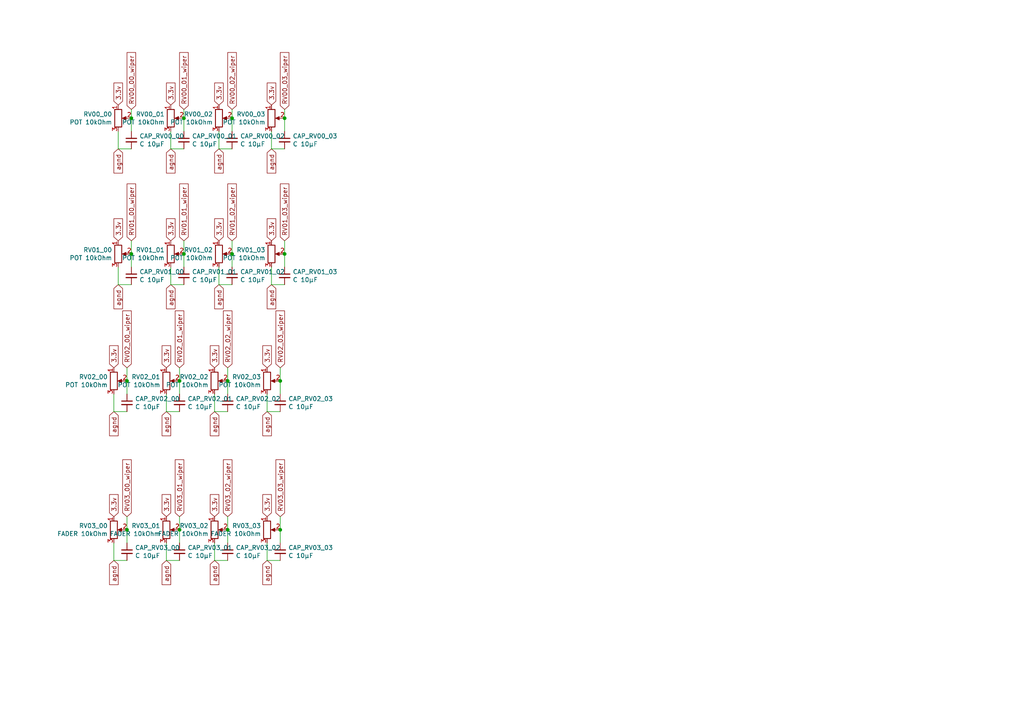
<source format=kicad_sch>
(kicad_sch (version 20230121) (generator eeschema)
  (paper "A4")
  (lib_symbols
    (symbol "Device:C_Small" (pin_numbers hide) (pin_names (offset 0.254) hide)
      (property "Reference" "C" (at 0.254 1.778 0))
      (property "Value" "C_Small" (at 0.254 -2.032 0))
      (symbol "C_Small_0_1"
        (polyline (pts (xy -1.524 -0.508) (xy 1.524 -0.508)) (stroke (width 0.3302)))
        (polyline (pts (xy -1.524 0.508) (xy 1.524 0.508)) (stroke (width 0.3048)))
      )
      (symbol "C_Small_1_1"
        (pin passive line (at 0 2.54 270) (length 2.032) (name "~") (number "1"))
        (pin passive line (at 0 -2.54 90) (length 2.032) (name "~") (number "2"))
      )
    )
    (symbol "Device:R_Potentiometer" (pin_names (offset 1.016) hide)
      (property "Reference" "RV" (at -4.445 0 90))
      (property "Value" "R_Potentiometer" (at -2.54 0 90))
      (symbol "R_Potentiometer_0_1"
        (polyline (pts (xy 2.54 0) (xy 1.524 0)))
        (polyline (pts (xy 1.143 0) (xy 2.286 0.508) (xy 2.286 -0.508) (xy 1.143 0)) (fill (type outline)))
        (rectangle (start 1.016 2.54) (end -1.016 -2.54) (stroke (width 0.254)))
      )
      (symbol "R_Potentiometer_1_1"
        (pin passive line (at 0 3.81 270) (length 1.27) (name "1") (number "1"))
        (pin passive line (at 3.81 0 180) (length 1.27) (name "2") (number "2"))
        (pin passive line (at 0 -3.81 90) (length 1.27) (name "3") (number "3"))
      )
    )
  )
  (junction (at 52.07 153.67))
  (junction (at 53.34 73.66))
  (junction (at 52.07 110.49))
  (junction (at 81.28 153.67))
  (junction (at 67.31 73.66))
  (junction (at 81.28 110.49))
  (junction (at 38.1 73.66))
  (junction (at 67.31 34.29))
  (junction (at 82.55 73.66))
  (junction (at 36.83 110.49))
  (junction (at 82.55 34.29))
  (junction (at 66.04 110.49))
  (junction (at 36.83 153.67))
  (junction (at 53.34 34.29))
  (junction (at 66.04 153.67))
  (junction (at 38.1 34.29))
  (wire (pts (xy 38.1 38.1) (xy 38.1 34.29)))
  (wire (pts (xy 49.53 43.18) (xy 53.34 43.18)))
  (wire (pts (xy 81.28 114.3) (xy 81.28 110.49)))
  (wire (pts (xy 63.5 38.1) (xy 63.5 43.18)))
  (wire (pts (xy 36.83 153.67) (xy 36.83 149.86)))
  (wire (pts (xy 62.23 162.56) (xy 66.04 162.56)))
  (wire (pts (xy 52.07 157.48) (xy 52.07 153.67)))
  (wire (pts (xy 48.26 114.3) (xy 48.26 119.38)))
  (wire (pts (xy 52.07 153.67) (xy 52.07 149.86)))
  (wire (pts (xy 63.5 82.55) (xy 67.31 82.55)))
  (wire (pts (xy 49.53 82.55) (xy 53.34 82.55)))
  (wire (pts (xy 77.47 114.3) (xy 77.47 119.38)))
  (wire (pts (xy 48.26 162.56) (xy 52.07 162.56)))
  (wire (pts (xy 63.5 43.18) (xy 67.31 43.18)))
  (wire (pts (xy 81.28 110.49) (xy 81.28 106.68)))
  (wire (pts (xy 67.31 31.75) (xy 67.31 34.29)))
  (wire (pts (xy 48.26 157.48) (xy 48.26 162.56)))
  (wire (pts (xy 49.53 77.47) (xy 49.53 82.55)))
  (wire (pts (xy 38.1 69.85) (xy 38.1 73.66)))
  (wire (pts (xy 67.31 34.29) (xy 67.31 38.1)))
  (wire (pts (xy 77.47 119.38) (xy 81.28 119.38)))
  (wire (pts (xy 38.1 73.66) (xy 38.1 77.47)))
  (wire (pts (xy 82.55 73.66) (xy 82.55 69.85)))
  (wire (pts (xy 34.29 43.18) (xy 38.1 43.18)))
  (wire (pts (xy 78.74 82.55) (xy 82.55 82.55)))
  (wire (pts (xy 33.02 119.38) (xy 36.83 119.38)))
  (wire (pts (xy 81.28 153.67) (xy 81.28 149.86)))
  (wire (pts (xy 36.83 106.68) (xy 36.83 110.49)))
  (wire (pts (xy 78.74 43.18) (xy 82.55 43.18)))
  (wire (pts (xy 52.07 110.49) (xy 52.07 114.3)))
  (wire (pts (xy 62.23 157.48) (xy 62.23 162.56)))
  (wire (pts (xy 62.23 114.3) (xy 62.23 119.38)))
  (wire (pts (xy 78.74 38.1) (xy 78.74 43.18)))
  (wire (pts (xy 49.53 38.1) (xy 49.53 43.18)))
  (wire (pts (xy 81.28 157.48) (xy 81.28 153.67)))
  (wire (pts (xy 62.23 119.38) (xy 66.04 119.38)))
  (wire (pts (xy 34.29 82.55) (xy 38.1 82.55)))
  (wire (pts (xy 66.04 106.68) (xy 66.04 110.49)))
  (wire (pts (xy 66.04 153.67) (xy 66.04 149.86)))
  (wire (pts (xy 52.07 106.68) (xy 52.07 110.49)))
  (wire (pts (xy 82.55 34.29) (xy 82.55 38.1)))
  (wire (pts (xy 82.55 31.75) (xy 82.55 34.29)))
  (wire (pts (xy 66.04 110.49) (xy 66.04 114.3)))
  (wire (pts (xy 36.83 110.49) (xy 36.83 114.3)))
  (wire (pts (xy 63.5 77.47) (xy 63.5 82.55)))
  (wire (pts (xy 67.31 69.85) (xy 67.31 73.66)))
  (wire (pts (xy 67.31 73.66) (xy 67.31 77.47)))
  (wire (pts (xy 66.04 157.48) (xy 66.04 153.67)))
  (wire (pts (xy 82.55 77.47) (xy 82.55 73.66)))
  (wire (pts (xy 33.02 157.48) (xy 33.02 162.56)))
  (wire (pts (xy 48.26 119.38) (xy 52.07 119.38)))
  (wire (pts (xy 53.34 69.85) (xy 53.34 73.66)))
  (wire (pts (xy 38.1 31.75) (xy 38.1 34.29)))
  (wire (pts (xy 53.34 31.75) (xy 53.34 34.29)))
  (wire (pts (xy 77.47 157.48) (xy 77.47 162.56)))
  (wire (pts (xy 78.74 77.47) (xy 78.74 82.55)))
  (wire (pts (xy 33.02 162.56) (xy 36.83 162.56)))
  (wire (pts (xy 34.29 38.1) (xy 34.29 43.18)))
  (wire (pts (xy 33.02 114.3) (xy 33.02 119.38)))
  (wire (pts (xy 77.47 162.56) (xy 81.28 162.56)))
  (wire (pts (xy 53.34 38.1) (xy 53.34 34.29)))
  (wire (pts (xy 34.29 77.47) (xy 34.29 82.55)))
  (wire (pts (xy 36.83 157.48) (xy 36.83 153.67)))
  (wire (pts (xy 53.34 73.66) (xy 53.34 77.47)))
  (global_label "RV01_03_wiper" (shape input) (at 82.55 69.85 90) (property "Intersheetrefs" "${INTERSHEET_REFS}" (effects hide)))
  (global_label "RV01_02_wiper" (shape input) (at 67.31 69.85 90) (property "Intersheetrefs" "${INTERSHEET_REFS}" (effects hide)))
  (global_label "agnd" (shape input) (at 63.5 82.55 270) (property "Intersheetrefs" "${INTERSHEET_REFS}" (effects hide)))
  (global_label "3.3v" (shape input) (at 33.02 149.86 90) (property "Intersheetrefs" "${INTERSHEET_REFS}" (effects hide)))
  (global_label "RV02_02_wiper" (shape input) (at 66.04 106.68 90) (property "Intersheetrefs" "${INTERSHEET_REFS}" (effects hide)))
  (global_label "3.3v" (shape input) (at 33.02 106.68 90) (property "Intersheetrefs" "${INTERSHEET_REFS}" (effects hide)))
  (global_label "RV02_00_wiper" (shape input) (at 36.83 106.68 90) (property "Intersheetrefs" "${INTERSHEET_REFS}" (effects hide)))
  (global_label "3.3v" (shape input) (at 49.53 69.85 90) (property "Intersheetrefs" "${INTERSHEET_REFS}" (effects hide)))
  (global_label "agnd" (shape input) (at 33.02 119.38 270) (property "Intersheetrefs" "${INTERSHEET_REFS}" (effects hide)))
  (global_label "3.3v" (shape input) (at 63.5 69.85 90) (property "Intersheetrefs" "${INTERSHEET_REFS}" (effects hide)))
  (global_label "3.3v" (shape input) (at 77.47 106.68 90) (property "Intersheetrefs" "${INTERSHEET_REFS}" (effects hide)))
  (global_label "RV00_00_wiper" (shape input) (at 38.1 31.75 90) (property "Intersheetrefs" "${INTERSHEET_REFS}" (effects hide)))
  (global_label "3.3v" (shape input) (at 48.26 106.68 90) (property "Intersheetrefs" "${INTERSHEET_REFS}" (effects hide)))
  (global_label "3.3v" (shape input) (at 78.74 30.48 90) (property "Intersheetrefs" "${INTERSHEET_REFS}" (effects hide)))
  (global_label "agnd" (shape input) (at 63.5 43.18 270) (property "Intersheetrefs" "${INTERSHEET_REFS}" (effects hide)))
  (global_label "agnd" (shape input) (at 48.26 162.56 270) (property "Intersheetrefs" "${INTERSHEET_REFS}" (effects hide)))
  (global_label "agnd" (shape input) (at 48.26 119.38 270) (property "Intersheetrefs" "${INTERSHEET_REFS}" (effects hide)))
  (global_label "3.3v" (shape input) (at 34.29 69.85 90) (property "Intersheetrefs" "${INTERSHEET_REFS}" (effects hide)))
  (global_label "agnd" (shape input) (at 49.53 82.55 270) (property "Intersheetrefs" "${INTERSHEET_REFS}" (effects hide)))
  (global_label "RV01_01_wiper" (shape input) (at 53.34 69.85 90) (property "Intersheetrefs" "${INTERSHEET_REFS}" (effects hide)))
  (global_label "3.3v" (shape input) (at 48.26 149.86 90) (property "Intersheetrefs" "${INTERSHEET_REFS}" (effects hide)))
  (global_label "3.3v" (shape input) (at 62.23 149.86 90) (property "Intersheetrefs" "${INTERSHEET_REFS}" (effects hide)))
  (global_label "3.3v" (shape input) (at 78.74 69.85 90) (property "Intersheetrefs" "${INTERSHEET_REFS}" (effects hide)))
  (global_label "3.3v" (shape input) (at 63.5 30.48 90) (property "Intersheetrefs" "${INTERSHEET_REFS}" (effects hide)))
  (global_label "agnd" (shape input) (at 33.02 162.56 270) (property "Intersheetrefs" "${INTERSHEET_REFS}" (effects hide)))
  (global_label "agnd" (shape input) (at 34.29 82.55 270) (property "Intersheetrefs" "${INTERSHEET_REFS}" (effects hide)))
  (global_label "3.3v" (shape input) (at 49.53 30.48 90) (property "Intersheetrefs" "${INTERSHEET_REFS}" (effects hide)))
  (global_label "RV03_00_wiper" (shape input) (at 36.83 149.86 90) (property "Intersheetrefs" "${INTERSHEET_REFS}" (effects hide)))
  (global_label "agnd" (shape input) (at 62.23 119.38 270) (property "Intersheetrefs" "${INTERSHEET_REFS}" (effects hide)))
  (global_label "agnd" (shape input) (at 77.47 162.56 270) (property "Intersheetrefs" "${INTERSHEET_REFS}" (effects hide)))
  (global_label "RV02_01_wiper" (shape input) (at 52.07 106.68 90) (property "Intersheetrefs" "${INTERSHEET_REFS}" (effects hide)))
  (global_label "RV03_02_wiper" (shape input) (at 66.04 149.86 90) (property "Intersheetrefs" "${INTERSHEET_REFS}" (effects hide)))
  (global_label "RV03_03_wiper" (shape input) (at 81.28 149.86 90) (property "Intersheetrefs" "${INTERSHEET_REFS}" (effects hide)))
  (global_label "3.3v" (shape input) (at 62.23 106.68 90) (property "Intersheetrefs" "${INTERSHEET_REFS}" (effects hide)))
  (global_label "3.3v" (shape input) (at 34.29 30.48 90) (property "Intersheetrefs" "${INTERSHEET_REFS}" (effects hide)))
  (global_label "RV00_02_wiper" (shape input) (at 67.31 31.75 90) (property "Intersheetrefs" "${INTERSHEET_REFS}" (effects hide)))
  (global_label "RV00_01_wiper" (shape input) (at 53.34 31.75 90) (property "Intersheetrefs" "${INTERSHEET_REFS}" (effects hide)))
  (global_label "agnd" (shape input) (at 78.74 82.55 270) (property "Intersheetrefs" "${INTERSHEET_REFS}" (effects hide)))
  (global_label "agnd" (shape input) (at 77.47 119.38 270) (property "Intersheetrefs" "${INTERSHEET_REFS}" (effects hide)))
  (global_label "RV00_03_wiper" (shape input) (at 82.55 31.75 90) (property "Intersheetrefs" "${INTERSHEET_REFS}" (effects hide)))
  (global_label "RV03_01_wiper" (shape input) (at 52.07 149.86 90) (property "Intersheetrefs" "${INTERSHEET_REFS}" (effects hide)))
  (global_label "RV02_03_wiper" (shape input) (at 81.28 106.68 90) (property "Intersheetrefs" "${INTERSHEET_REFS}" (effects hide)))
  (global_label "agnd" (shape input) (at 62.23 162.56 270) (property "Intersheetrefs" "${INTERSHEET_REFS}" (effects hide)))
  (global_label "RV01_00_wiper" (shape input) (at 38.1 69.85 90) (property "Intersheetrefs" "${INTERSHEET_REFS}" (effects hide)))
  (global_label "3.3v" (shape input) (at 77.47 149.86 90) (property "Intersheetrefs" "${INTERSHEET_REFS}" (effects hide)))
  (global_label "agnd" (shape input) (at 49.53 43.18 270) (property "Intersheetrefs" "${INTERSHEET_REFS}" (effects hide)))
  (global_label "agnd" (shape input) (at 34.29 43.18 270) (property "Intersheetrefs" "${INTERSHEET_REFS}" (effects hide)))
  (global_label "agnd" (shape input) (at 78.74 43.18 270) (property "Intersheetrefs" "${INTERSHEET_REFS}" (effects hide)))
  (symbol (lib_id "Device:C_Small") (at 38.1 40.64 0) (unit 1)
    (property "Reference" "CAP_RV00_00" (at 40.4368 39.4716 0) (effects (justify left)))
    (property "Value" "C 10µF" (at 40.4368 41.783 0) (effects (justify left)))
    (property "Footprint" "Capacitor_THT:C_Disc_D5.0mm_W2.5mm_P2.50mm" (effects hide))
  )
  (symbol (lib_id "Device:C_Small") (at 53.34 40.64 0) (unit 1)
    (property "Reference" "CAP_RV00_01" (at 55.6768 39.4716 0) (effects (justify left)))
    (property "Value" "C 10µF" (at 55.6768 41.783 0) (effects (justify left)))
    (property "Footprint" "Capacitor_THT:C_Disc_D5.0mm_W2.5mm_P2.50mm" (effects hide))
  )
  (symbol (lib_id "Device:C_Small") (at 67.31 40.64 0) (unit 1)
    (property "Reference" "CAP_RV00_02" (at 69.6468 39.4716 0) (effects (justify left)))
    (property "Value" "C 10µF" (at 69.6468 41.783 0) (effects (justify left)))
    (property "Footprint" "Capacitor_THT:C_Disc_D5.0mm_W2.5mm_P2.50mm" (effects hide))
  )
  (symbol (lib_id "Device:C_Small") (at 82.55 40.64 0) (unit 1)
    (property "Reference" "CAP_RV00_03" (at 84.8868 39.4716 0) (effects (justify left)))
    (property "Value" "C 10µF" (at 84.8868 41.783 0) (effects (justify left)))
    (property "Footprint" "Capacitor_THT:C_Disc_D5.0mm_W2.5mm_P2.50mm" (effects hide))
  )
  (symbol (lib_id "Device:C_Small") (at 38.1 80.01 0) (unit 1)
    (property "Reference" "CAP_RV01_00" (at 40.4368 78.8416 0) (effects (justify left)))
    (property "Value" "C 10µF" (at 40.4368 81.153 0) (effects (justify left)))
    (property "Footprint" "Capacitor_THT:C_Disc_D5.0mm_W2.5mm_P2.50mm" (effects hide))
  )
  (symbol (lib_id "Device:C_Small") (at 53.34 80.01 0) (unit 1)
    (property "Reference" "CAP_RV01_01" (at 55.6768 78.8416 0) (effects (justify left)))
    (property "Value" "C 10µF" (at 55.6768 81.153 0) (effects (justify left)))
    (property "Footprint" "Capacitor_THT:C_Disc_D5.0mm_W2.5mm_P2.50mm" (effects hide))
  )
  (symbol (lib_id "Device:C_Small") (at 67.31 80.01 0) (unit 1)
    (property "Reference" "CAP_RV01_02" (at 69.6468 78.8416 0) (effects (justify left)))
    (property "Value" "C 10µF" (at 69.6468 81.153 0) (effects (justify left)))
    (property "Footprint" "Capacitor_THT:C_Disc_D5.0mm_W2.5mm_P2.50mm" (effects hide))
  )
  (symbol (lib_id "Device:C_Small") (at 82.55 80.01 0) (unit 1)
    (property "Reference" "CAP_RV01_03" (at 84.8868 78.8416 0) (effects (justify left)))
    (property "Value" "C 10µF" (at 84.8868 81.153 0) (effects (justify left)))
    (property "Footprint" "Capacitor_THT:C_Disc_D5.0mm_W2.5mm_P2.50mm" (effects hide))
  )
  (symbol (lib_id "Device:C_Small") (at 36.83 116.84 0) (unit 1)
    (property "Reference" "CAP_RV02_00" (at 39.1668 115.6716 0) (effects (justify left)))
    (property "Value" "C 10µF" (at 39.1668 117.983 0) (effects (justify left)))
    (property "Footprint" "Capacitor_THT:C_Disc_D5.0mm_W2.5mm_P2.50mm" (effects hide))
  )
  (symbol (lib_id "Device:C_Small") (at 52.07 116.84 0) (unit 1)
    (property "Reference" "CAP_RV02_01" (at 54.4068 115.6716 0) (effects (justify left)))
    (property "Value" "C 10µF" (at 54.4068 117.983 0) (effects (justify left)))
    (property "Footprint" "Capacitor_THT:C_Disc_D5.0mm_W2.5mm_P2.50mm" (effects hide))
  )
  (symbol (lib_id "Device:C_Small") (at 66.04 116.84 0) (unit 1)
    (property "Reference" "CAP_RV02_02" (at 68.3768 115.6716 0) (effects (justify left)))
    (property "Value" "C 10µF" (at 68.3768 117.983 0) (effects (justify left)))
    (property "Footprint" "Capacitor_THT:C_Disc_D5.0mm_W2.5mm_P2.50mm" (effects hide))
  )
  (symbol (lib_id "Device:C_Small") (at 81.28 116.84 0) (unit 1)
    (property "Reference" "CAP_RV02_03" (at 83.6168 115.6716 0) (effects (justify left)))
    (property "Value" "C 10µF" (at 83.6168 117.983 0) (effects (justify left)))
    (property "Footprint" "Capacitor_THT:C_Disc_D5.0mm_W2.5mm_P2.50mm" (effects hide))
  )
  (symbol (lib_id "Device:C_Small") (at 36.83 160.02 0) (unit 1)
    (property "Reference" "CAP_RV03_00" (at 39.1668 158.8516 0) (effects (justify left)))
    (property "Value" "C 10µF" (at 39.1668 161.163 0) (effects (justify left)))
    (property "Footprint" "Capacitor_THT:C_Disc_D5.0mm_W2.5mm_P2.50mm" (effects hide))
  )
  (symbol (lib_id "Device:C_Small") (at 52.07 160.02 0) (unit 1)
    (property "Reference" "CAP_RV03_01" (at 54.4068 158.8516 0) (effects (justify left)))
    (property "Value" "C 10µF" (at 54.4068 161.163 0) (effects (justify left)))
    (property "Footprint" "Capacitor_THT:C_Disc_D5.0mm_W2.5mm_P2.50mm" (effects hide))
  )
  (symbol (lib_id "Device:C_Small") (at 66.04 160.02 0) (unit 1)
    (property "Reference" "CAP_RV03_02" (at 68.3768 158.8516 0) (effects (justify left)))
    (property "Value" "C 10µF" (at 68.3768 161.163 0) (effects (justify left)))
    (property "Footprint" "Capacitor_THT:C_Disc_D5.0mm_W2.5mm_P2.50mm" (effects hide))
  )
  (symbol (lib_id "Device:C_Small") (at 81.28 160.02 0) (unit 1)
    (property "Reference" "CAP_RV03_03" (at 83.6168 158.8516 0) (effects (justify left)))
    (property "Value" "C 10µF" (at 83.6168 161.163 0) (effects (justify left)))
    (property "Footprint" "Capacitor_THT:C_Disc_D5.0mm_W2.5mm_P2.50mm" (effects hide))
  )
  (symbol (lib_id "Device:R_Potentiometer") (at 33.02 153.67 0) (unit 1)
    (property "Reference" "RV03_00" (at 31.2674 152.5016 0) (effects (justify right)))
    (property "Value" "FADER 10kOhm" (at 31.2674 154.813 0) (effects (justify right)))
    (property "Footprint" "Potentiometer_THT:Potentiometer_Bourns_PTA6043_Single_Slide" (effects hide))
  )
  (symbol (lib_id "Device:R_Potentiometer") (at 34.29 34.29 0) (unit 1)
    (property "Reference" "RV00_00" (at 32.5374 33.1216 0) (effects (justify right)))
    (property "Value" "POT 10kOhm" (at 32.5374 35.433 0) (effects (justify right)))
    (property "Footprint" "Potentiometers:Potentiometer_Alps_RK09K_Horizontal" (effects hide))
  )
  (symbol (lib_id "Device:R_Potentiometer") (at 34.29 73.66 0) (unit 1)
    (property "Reference" "RV01_00" (at 32.5374 72.4916 0) (effects (justify right)))
    (property "Value" "POT 10kOhm" (at 32.5374 74.803 0) (effects (justify right)))
    (property "Footprint" "Potentiometers:Potentiometer_Alps_RK09K_Horizontal" (effects hide))
  )
  (symbol (lib_id "Device:R_Potentiometer") (at 33.02 110.49 0) (unit 1)
    (property "Reference" "RV02_00" (at 31.2674 109.3216 0) (effects (justify right)))
    (property "Value" "POT 10kOhm" (at 31.2674 111.633 0) (effects (justify right)))
    (property "Footprint" "Potentiometers:Potentiometer_Alps_RK09K_Horizontal" (effects hide))
  )
  (symbol (lib_id "Device:R_Potentiometer") (at 48.26 153.67 0) (unit 1)
    (property "Reference" "RV03_01" (at 46.5074 152.5016 0) (effects (justify right)))
    (property "Value" "FADER 10kOhm" (at 46.5074 154.813 0) (effects (justify right)))
    (property "Footprint" "Potentiometer_THT:Potentiometer_Bourns_PTA6043_Single_Slide" (effects hide))
  )
  (symbol (lib_id "Device:R_Potentiometer") (at 49.53 34.29 0) (unit 1)
    (property "Reference" "RV00_01" (at 47.7774 33.1216 0) (effects (justify right)))
    (property "Value" "POT 10kOhm" (at 47.7774 35.433 0) (effects (justify right)))
    (property "Footprint" "Potentiometers:Potentiometer_Alps_RK09K_Horizontal" (effects hide))
  )
  (symbol (lib_id "Device:R_Potentiometer") (at 49.53 73.66 0) (unit 1)
    (property "Reference" "RV01_01" (at 47.7774 72.4916 0) (effects (justify right)))
    (property "Value" "POT 10kOhm" (at 47.7774 74.803 0) (effects (justify right)))
    (property "Footprint" "Potentiometers:Potentiometer_Alps_RK09K_Horizontal" (effects hide))
  )
  (symbol (lib_id "Device:R_Potentiometer") (at 48.26 110.49 0) (unit 1)
    (property "Reference" "RV02_01" (at 46.5074 109.3216 0) (effects (justify right)))
    (property "Value" "POT 10kOhm" (at 46.5074 111.633 0) (effects (justify right)))
    (property "Footprint" "Potentiometers:Potentiometer_Alps_RK09K_Horizontal" (effects hide))
  )
  (symbol (lib_id "Device:R_Potentiometer") (at 62.23 153.67 0) (unit 1)
    (property "Reference" "RV03_02" (at 60.4774 152.5016 0) (effects (justify right)))
    (property "Value" "FADER 10kOhm" (at 60.4774 154.813 0) (effects (justify right)))
    (property "Footprint" "Potentiometer_THT:Potentiometer_Bourns_PTA6043_Single_Slide" (effects hide))
  )
  (symbol (lib_id "Device:R_Potentiometer") (at 63.5 34.29 0) (unit 1)
    (property "Reference" "RV00_02" (at 61.7474 33.1216 0) (effects (justify right)))
    (property "Value" "POT 10kOhm" (at 61.7474 35.433 0) (effects (justify right)))
    (property "Footprint" "Potentiometers:Potentiometer_Alps_RK09K_Horizontal" (effects hide))
  )
  (symbol (lib_id "Device:R_Potentiometer") (at 63.5 73.66 0) (unit 1)
    (property "Reference" "RV01_02" (at 61.7474 72.4916 0) (effects (justify right)))
    (property "Value" "POT 10kOhm" (at 61.7474 74.803 0) (effects (justify right)))
    (property "Footprint" "Potentiometers:Potentiometer_Alps_RK09K_Horizontal" (effects hide))
  )
  (symbol (lib_id "Device:R_Potentiometer") (at 62.23 110.49 0) (unit 1)
    (property "Reference" "RV02_02" (at 60.4774 109.3216 0) (effects (justify right)))
    (property "Value" "POT 10kOhm" (at 60.4774 111.633 0) (effects (justify right)))
    (property "Footprint" "Potentiometers:Potentiometer_Alps_RK09K_Horizontal" (effects hide))
  )
  (symbol (lib_id "Device:R_Potentiometer") (at 77.47 153.67 0) (unit 1)
    (property "Reference" "RV03_03" (at 75.7174 152.5016 0) (effects (justify right)))
    (property "Value" "FADER 10kOhm" (at 75.7174 154.813 0) (effects (justify right)))
    (property "Footprint" "Potentiometer_THT:Potentiometer_Bourns_PTA6043_Single_Slide" (effects hide))
  )
  (symbol (lib_id "Device:R_Potentiometer") (at 78.74 34.29 0) (unit 1)
    (property "Reference" "RV00_03" (at 76.9874 33.1216 0) (effects (justify right)))
    (property "Value" "POT 10kOhm" (at 76.9874 35.433 0) (effects (justify right)))
    (property "Footprint" "Potentiometers:Potentiometer_Alps_RK09K_Horizontal" (effects hide))
  )
  (symbol (lib_id "Device:R_Potentiometer") (at 78.74 73.66 0) (unit 1)
    (property "Reference" "RV01_03" (at 76.9874 72.4916 0) (effects (justify right)))
    (property "Value" "POT 10kOhm" (at 76.9874 74.803 0) (effects (justify right)))
    (property "Footprint" "Potentiometers:Potentiometer_Alps_RK09K_Horizontal" (effects hide))
  )
  (symbol (lib_id "Device:R_Potentiometer") (at 77.47 110.49 0) (unit 1)
    (property "Reference" "RV02_03" (at 75.7174 109.3216 0) (effects (justify right)))
    (property "Value" "POT 10kOhm" (at 75.7174 111.633 0) (effects (justify right)))
    (property "Footprint" "Potentiometers:Potentiometer_Alps_RK09K_Horizontal" (effects hide))
  )
)
</source>
